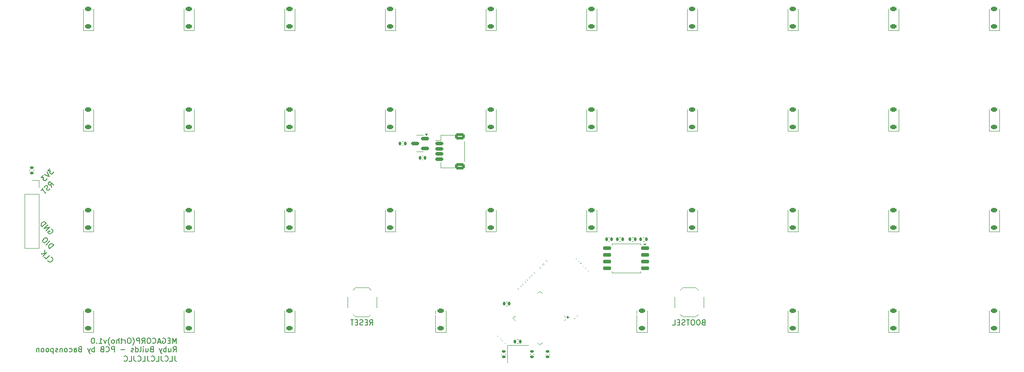
<source format=gbo>
%TF.GenerationSoftware,KiCad,Pcbnew,8.0.5*%
%TF.CreationDate,2024-10-22T20:47:20-04:00*%
%TF.ProjectId,ortho,6f727468-6f2e-46b6-9963-61645f706362,rev?*%
%TF.SameCoordinates,PX1c62fe0PY650e7e0*%
%TF.FileFunction,Legend,Bot*%
%TF.FilePolarity,Positive*%
%FSLAX46Y46*%
G04 Gerber Fmt 4.6, Leading zero omitted, Abs format (unit mm)*
G04 Created by KiCad (PCBNEW 8.0.5) date 2024-10-22 20:47:20*
%MOMM*%
%LPD*%
G01*
G04 APERTURE LIST*
G04 Aperture macros list*
%AMRoundRect*
0 Rectangle with rounded corners*
0 $1 Rounding radius*
0 $2 $3 $4 $5 $6 $7 $8 $9 X,Y pos of 4 corners*
0 Add a 4 corners polygon primitive as box body*
4,1,4,$2,$3,$4,$5,$6,$7,$8,$9,$2,$3,0*
0 Add four circle primitives for the rounded corners*
1,1,$1+$1,$2,$3*
1,1,$1+$1,$4,$5*
1,1,$1+$1,$6,$7*
1,1,$1+$1,$8,$9*
0 Add four rect primitives between the rounded corners*
20,1,$1+$1,$2,$3,$4,$5,0*
20,1,$1+$1,$4,$5,$6,$7,0*
20,1,$1+$1,$6,$7,$8,$9,0*
20,1,$1+$1,$8,$9,$2,$3,0*%
%AMHorizOval*
0 Thick line with rounded ends*
0 $1 width*
0 $2 $3 position (X,Y) of the first rounded end (center of the circle)*
0 $4 $5 position (X,Y) of the second rounded end (center of the circle)*
0 Add line between two ends*
20,1,$1,$2,$3,$4,$5,0*
0 Add two circle primitives to create the rounded ends*
1,1,$1,$2,$3*
1,1,$1,$4,$5*%
%AMRotRect*
0 Rectangle, with rotation*
0 The origin of the aperture is its center*
0 $1 length*
0 $2 width*
0 $3 Rotation angle, in degrees counterclockwise*
0 Add horizontal line*
21,1,$1,$2,0,0,$3*%
G04 Aperture macros list end*
%ADD10C,0.150000*%
%ADD11C,0.120000*%
%ADD12C,1.750000*%
%ADD13C,4.000000*%
%ADD14HorizOval,2.500000X0.656270X0.728862X-0.656270X-0.728862X0*%
%ADD15C,2.500000*%
%ADD16HorizOval,2.500000X0.020277X0.289981X-0.020277X-0.289981X0*%
%ADD17C,3.987800*%
%ADD18C,3.048000*%
%ADD19RoundRect,0.140000X0.219203X0.021213X0.021213X0.219203X-0.219203X-0.021213X-0.021213X-0.219203X0*%
%ADD20RoundRect,0.225000X0.375000X-0.225000X0.375000X0.225000X-0.375000X0.225000X-0.375000X-0.225000X0*%
%ADD21RoundRect,0.140000X-0.021213X0.219203X-0.219203X0.021213X0.021213X-0.219203X0.219203X-0.021213X0*%
%ADD22R,1.700000X1.000000*%
%ADD23RoundRect,0.135000X-0.135000X-0.185000X0.135000X-0.185000X0.135000X0.185000X-0.135000X0.185000X0*%
%ADD24RoundRect,0.140000X0.140000X0.170000X-0.140000X0.170000X-0.140000X-0.170000X0.140000X-0.170000X0*%
%ADD25RoundRect,0.150000X0.650000X0.150000X-0.650000X0.150000X-0.650000X-0.150000X0.650000X-0.150000X0*%
%ADD26RoundRect,0.140000X0.170000X-0.140000X0.170000X0.140000X-0.170000X0.140000X-0.170000X-0.140000X0*%
%ADD27RoundRect,0.150000X0.587500X0.150000X-0.587500X0.150000X-0.587500X-0.150000X0.587500X-0.150000X0*%
%ADD28R,1.400000X1.200000*%
%ADD29RoundRect,0.135000X-0.226274X-0.035355X-0.035355X-0.226274X0.226274X0.035355X0.035355X0.226274X0*%
%ADD30RoundRect,0.140000X0.021213X-0.219203X0.219203X-0.021213X-0.021213X0.219203X-0.219203X0.021213X0*%
%ADD31R,1.700000X1.700000*%
%ADD32O,1.700000X1.700000*%
%ADD33RoundRect,0.140000X-0.170000X0.140000X-0.170000X-0.140000X0.170000X-0.140000X0.170000X0.140000X0*%
%ADD34RoundRect,0.150000X-0.625000X0.150000X-0.625000X-0.150000X0.625000X-0.150000X0.625000X0.150000X0*%
%ADD35RoundRect,0.250000X-0.650000X0.350000X-0.650000X-0.350000X0.650000X-0.350000X0.650000X0.350000X0*%
%ADD36RoundRect,0.140000X-0.140000X-0.170000X0.140000X-0.170000X0.140000X0.170000X-0.140000X0.170000X0*%
%ADD37RoundRect,0.135000X0.185000X-0.135000X0.185000X0.135000X-0.185000X0.135000X-0.185000X-0.135000X0*%
%ADD38RoundRect,0.140000X-0.219203X-0.021213X-0.021213X-0.219203X0.219203X0.021213X0.021213X0.219203X0*%
%ADD39RoundRect,0.050000X0.309359X-0.238649X-0.238649X0.309359X-0.309359X0.238649X0.238649X-0.309359X0*%
%ADD40RoundRect,0.050000X0.309359X0.238649X0.238649X0.309359X-0.309359X-0.238649X-0.238649X-0.309359X0*%
%ADD41RotRect,3.200000X3.200000X135.000000*%
G04 APERTURE END LIST*
D10*
X5514766Y25781808D02*
X5615781Y25748136D01*
X5615781Y25748136D02*
X5716797Y25647121D01*
X5716797Y25647121D02*
X5784140Y25512434D01*
X5784140Y25512434D02*
X5784140Y25377746D01*
X5784140Y25377746D02*
X5750468Y25276731D01*
X5750468Y25276731D02*
X5649453Y25108372D01*
X5649453Y25108372D02*
X5548438Y25007357D01*
X5548438Y25007357D02*
X5380079Y24906342D01*
X5380079Y24906342D02*
X5279064Y24872670D01*
X5279064Y24872670D02*
X5144377Y24872670D01*
X5144377Y24872670D02*
X5009690Y24940014D01*
X5009690Y24940014D02*
X4942346Y25007357D01*
X4942346Y25007357D02*
X4875003Y25142044D01*
X4875003Y25142044D02*
X4875003Y25209388D01*
X4875003Y25209388D02*
X5110705Y25445090D01*
X5110705Y25445090D02*
X5245392Y25310403D01*
X4504614Y25445090D02*
X5211720Y26152197D01*
X5211720Y26152197D02*
X4100553Y25849151D01*
X4100553Y25849151D02*
X4807659Y26556258D01*
X3763835Y26185868D02*
X4470942Y26892975D01*
X4470942Y26892975D02*
X4302583Y27061334D01*
X4302583Y27061334D02*
X4167896Y27128678D01*
X4167896Y27128678D02*
X4033209Y27128678D01*
X4033209Y27128678D02*
X3932194Y27095006D01*
X3932194Y27095006D02*
X3763835Y26993991D01*
X3763835Y26993991D02*
X3662820Y26892975D01*
X3662820Y26892975D02*
X3561805Y26724617D01*
X3561805Y26724617D02*
X3528133Y26623601D01*
X3528133Y26623601D02*
X3528133Y26488914D01*
X3528133Y26488914D02*
X3595476Y26354227D01*
X3595476Y26354227D02*
X3763835Y26185868D01*
X65746077Y7581893D02*
X66079410Y8058084D01*
X66317505Y7581893D02*
X66317505Y8581893D01*
X66317505Y8581893D02*
X65936553Y8581893D01*
X65936553Y8581893D02*
X65841315Y8534274D01*
X65841315Y8534274D02*
X65793696Y8486655D01*
X65793696Y8486655D02*
X65746077Y8391417D01*
X65746077Y8391417D02*
X65746077Y8248560D01*
X65746077Y8248560D02*
X65793696Y8153322D01*
X65793696Y8153322D02*
X65841315Y8105703D01*
X65841315Y8105703D02*
X65936553Y8058084D01*
X65936553Y8058084D02*
X66317505Y8058084D01*
X65317505Y8105703D02*
X64984172Y8105703D01*
X64841315Y7581893D02*
X65317505Y7581893D01*
X65317505Y7581893D02*
X65317505Y8581893D01*
X65317505Y8581893D02*
X64841315Y8581893D01*
X64460362Y7629512D02*
X64317505Y7581893D01*
X64317505Y7581893D02*
X64079410Y7581893D01*
X64079410Y7581893D02*
X63984172Y7629512D01*
X63984172Y7629512D02*
X63936553Y7677132D01*
X63936553Y7677132D02*
X63888934Y7772370D01*
X63888934Y7772370D02*
X63888934Y7867608D01*
X63888934Y7867608D02*
X63936553Y7962846D01*
X63936553Y7962846D02*
X63984172Y8010465D01*
X63984172Y8010465D02*
X64079410Y8058084D01*
X64079410Y8058084D02*
X64269886Y8105703D01*
X64269886Y8105703D02*
X64365124Y8153322D01*
X64365124Y8153322D02*
X64412743Y8200941D01*
X64412743Y8200941D02*
X64460362Y8296179D01*
X64460362Y8296179D02*
X64460362Y8391417D01*
X64460362Y8391417D02*
X64412743Y8486655D01*
X64412743Y8486655D02*
X64365124Y8534274D01*
X64365124Y8534274D02*
X64269886Y8581893D01*
X64269886Y8581893D02*
X64031791Y8581893D01*
X64031791Y8581893D02*
X63888934Y8534274D01*
X63460362Y8105703D02*
X63127029Y8105703D01*
X62984172Y7581893D02*
X63460362Y7581893D01*
X63460362Y7581893D02*
X63460362Y8581893D01*
X63460362Y8581893D02*
X62984172Y8581893D01*
X62698457Y8581893D02*
X62127029Y8581893D01*
X62412743Y7581893D02*
X62412743Y8581893D01*
X28845450Y1725493D02*
X28845450Y1011208D01*
X28845450Y1011208D02*
X28893069Y868351D01*
X28893069Y868351D02*
X28988307Y773112D01*
X28988307Y773112D02*
X29131164Y725493D01*
X29131164Y725493D02*
X29226402Y725493D01*
X27893069Y725493D02*
X28369259Y725493D01*
X28369259Y725493D02*
X28369259Y1725493D01*
X26988307Y820732D02*
X27035926Y773112D01*
X27035926Y773112D02*
X27178783Y725493D01*
X27178783Y725493D02*
X27274021Y725493D01*
X27274021Y725493D02*
X27416878Y773112D01*
X27416878Y773112D02*
X27512116Y868351D01*
X27512116Y868351D02*
X27559735Y963589D01*
X27559735Y963589D02*
X27607354Y1154065D01*
X27607354Y1154065D02*
X27607354Y1296922D01*
X27607354Y1296922D02*
X27559735Y1487398D01*
X27559735Y1487398D02*
X27512116Y1582636D01*
X27512116Y1582636D02*
X27416878Y1677874D01*
X27416878Y1677874D02*
X27274021Y1725493D01*
X27274021Y1725493D02*
X27178783Y1725493D01*
X27178783Y1725493D02*
X27035926Y1677874D01*
X27035926Y1677874D02*
X26988307Y1630255D01*
X26274021Y1725493D02*
X26274021Y1011208D01*
X26274021Y1011208D02*
X26321640Y868351D01*
X26321640Y868351D02*
X26416878Y773112D01*
X26416878Y773112D02*
X26559735Y725493D01*
X26559735Y725493D02*
X26654973Y725493D01*
X25321640Y725493D02*
X25797830Y725493D01*
X25797830Y725493D02*
X25797830Y1725493D01*
X24416878Y820732D02*
X24464497Y773112D01*
X24464497Y773112D02*
X24607354Y725493D01*
X24607354Y725493D02*
X24702592Y725493D01*
X24702592Y725493D02*
X24845449Y773112D01*
X24845449Y773112D02*
X24940687Y868351D01*
X24940687Y868351D02*
X24988306Y963589D01*
X24988306Y963589D02*
X25035925Y1154065D01*
X25035925Y1154065D02*
X25035925Y1296922D01*
X25035925Y1296922D02*
X24988306Y1487398D01*
X24988306Y1487398D02*
X24940687Y1582636D01*
X24940687Y1582636D02*
X24845449Y1677874D01*
X24845449Y1677874D02*
X24702592Y1725493D01*
X24702592Y1725493D02*
X24607354Y1725493D01*
X24607354Y1725493D02*
X24464497Y1677874D01*
X24464497Y1677874D02*
X24416878Y1630255D01*
X23702592Y1725493D02*
X23702592Y1011208D01*
X23702592Y1011208D02*
X23750211Y868351D01*
X23750211Y868351D02*
X23845449Y773112D01*
X23845449Y773112D02*
X23988306Y725493D01*
X23988306Y725493D02*
X24083544Y725493D01*
X22750211Y725493D02*
X23226401Y725493D01*
X23226401Y725493D02*
X23226401Y1725493D01*
X21845449Y820732D02*
X21893068Y773112D01*
X21893068Y773112D02*
X22035925Y725493D01*
X22035925Y725493D02*
X22131163Y725493D01*
X22131163Y725493D02*
X22274020Y773112D01*
X22274020Y773112D02*
X22369258Y868351D01*
X22369258Y868351D02*
X22416877Y963589D01*
X22416877Y963589D02*
X22464496Y1154065D01*
X22464496Y1154065D02*
X22464496Y1296922D01*
X22464496Y1296922D02*
X22416877Y1487398D01*
X22416877Y1487398D02*
X22369258Y1582636D01*
X22369258Y1582636D02*
X22274020Y1677874D01*
X22274020Y1677874D02*
X22131163Y1725493D01*
X22131163Y1725493D02*
X22035925Y1725493D01*
X22035925Y1725493D02*
X21893068Y1677874D01*
X21893068Y1677874D02*
X21845449Y1630255D01*
X21131163Y1725493D02*
X21131163Y1011208D01*
X21131163Y1011208D02*
X21178782Y868351D01*
X21178782Y868351D02*
X21274020Y773112D01*
X21274020Y773112D02*
X21416877Y725493D01*
X21416877Y725493D02*
X21512115Y725493D01*
X20178782Y725493D02*
X20654972Y725493D01*
X20654972Y725493D02*
X20654972Y1725493D01*
X19274020Y820732D02*
X19321639Y773112D01*
X19321639Y773112D02*
X19464496Y725493D01*
X19464496Y725493D02*
X19559734Y725493D01*
X19559734Y725493D02*
X19702591Y773112D01*
X19702591Y773112D02*
X19797829Y868351D01*
X19797829Y868351D02*
X19845448Y963589D01*
X19845448Y963589D02*
X19893067Y1154065D01*
X19893067Y1154065D02*
X19893067Y1296922D01*
X19893067Y1296922D02*
X19845448Y1487398D01*
X19845448Y1487398D02*
X19797829Y1582636D01*
X19797829Y1582636D02*
X19702591Y1677874D01*
X19702591Y1677874D02*
X19559734Y1725493D01*
X19559734Y1725493D02*
X19464496Y1725493D01*
X19464496Y1725493D02*
X19321639Y1677874D01*
X19321639Y1677874D02*
X19274020Y1630255D01*
X5280822Y37240052D02*
X4843089Y36802319D01*
X4843089Y36802319D02*
X5348165Y36768647D01*
X5348165Y36768647D02*
X5247150Y36667632D01*
X5247150Y36667632D02*
X5213478Y36566617D01*
X5213478Y36566617D02*
X5213478Y36499273D01*
X5213478Y36499273D02*
X5247150Y36398258D01*
X5247150Y36398258D02*
X5415509Y36229899D01*
X5415509Y36229899D02*
X5516524Y36196227D01*
X5516524Y36196227D02*
X5583867Y36196227D01*
X5583867Y36196227D02*
X5684883Y36229899D01*
X5684883Y36229899D02*
X5886913Y36431930D01*
X5886913Y36431930D02*
X5920585Y36532945D01*
X5920585Y36532945D02*
X5920585Y36600288D01*
X4641058Y36600288D02*
X5112463Y35657479D01*
X5112463Y35657479D02*
X4169654Y36128884D01*
X4001295Y35960525D02*
X3563562Y35522792D01*
X3563562Y35522792D02*
X4068638Y35489121D01*
X4068638Y35489121D02*
X3967623Y35388105D01*
X3967623Y35388105D02*
X3933951Y35287090D01*
X3933951Y35287090D02*
X3933951Y35219747D01*
X3933951Y35219747D02*
X3967623Y35118731D01*
X3967623Y35118731D02*
X4135982Y34950372D01*
X4135982Y34950372D02*
X4236997Y34916701D01*
X4236997Y34916701D02*
X4304341Y34916701D01*
X4304341Y34916701D02*
X4405356Y34950372D01*
X4405356Y34950372D02*
X4607386Y35152403D01*
X4607386Y35152403D02*
X4641058Y35253418D01*
X4641058Y35253418D02*
X4641058Y35320762D01*
X4875003Y19851580D02*
X4875003Y19784236D01*
X4875003Y19784236D02*
X4942346Y19649549D01*
X4942346Y19649549D02*
X5009690Y19582206D01*
X5009690Y19582206D02*
X5144377Y19514862D01*
X5144377Y19514862D02*
X5279064Y19514862D01*
X5279064Y19514862D02*
X5380079Y19548534D01*
X5380079Y19548534D02*
X5548438Y19649549D01*
X5548438Y19649549D02*
X5649453Y19750564D01*
X5649453Y19750564D02*
X5750468Y19918923D01*
X5750468Y19918923D02*
X5784140Y20019938D01*
X5784140Y20019938D02*
X5784140Y20154626D01*
X5784140Y20154626D02*
X5716797Y20289313D01*
X5716797Y20289313D02*
X5649453Y20356656D01*
X5649453Y20356656D02*
X5514766Y20424000D01*
X5514766Y20424000D02*
X5447423Y20424000D01*
X4167896Y20424000D02*
X4504614Y20087282D01*
X4504614Y20087282D02*
X5211720Y20794389D01*
X3932194Y20659702D02*
X4639301Y21366809D01*
X3528133Y21063763D02*
X4235240Y21164778D01*
X4235240Y21770870D02*
X4235240Y20962748D01*
X5211720Y22059079D02*
X5918827Y22766186D01*
X5918827Y22766186D02*
X5750468Y22934545D01*
X5750468Y22934545D02*
X5615781Y23001888D01*
X5615781Y23001888D02*
X5481094Y23001888D01*
X5481094Y23001888D02*
X5380079Y22968217D01*
X5380079Y22968217D02*
X5211720Y22867201D01*
X5211720Y22867201D02*
X5110705Y22766186D01*
X5110705Y22766186D02*
X5009690Y22597827D01*
X5009690Y22597827D02*
X4976018Y22496812D01*
X4976018Y22496812D02*
X4976018Y22362125D01*
X4976018Y22362125D02*
X5043362Y22227438D01*
X5043362Y22227438D02*
X5211720Y22059079D01*
X4504614Y22766186D02*
X5211720Y23473293D01*
X4740316Y23944697D02*
X4605629Y24079384D01*
X4605629Y24079384D02*
X4504614Y24113056D01*
X4504614Y24113056D02*
X4369927Y24113056D01*
X4369927Y24113056D02*
X4201568Y24012040D01*
X4201568Y24012040D02*
X3965866Y23776338D01*
X3965866Y23776338D02*
X3864851Y23607979D01*
X3864851Y23607979D02*
X3864851Y23473292D01*
X3864851Y23473292D02*
X3898522Y23372277D01*
X3898522Y23372277D02*
X4033209Y23237590D01*
X4033209Y23237590D02*
X4134225Y23203918D01*
X4134225Y23203918D02*
X4268912Y23203918D01*
X4268912Y23203918D02*
X4437271Y23304934D01*
X4437271Y23304934D02*
X4672973Y23540636D01*
X4672973Y23540636D02*
X4773988Y23708995D01*
X4773988Y23708995D02*
X4773988Y23843682D01*
X4773988Y23843682D02*
X4740316Y23944697D01*
X5516524Y33680292D02*
X5415509Y34252712D01*
X5920585Y34084353D02*
X5213478Y34791460D01*
X5213478Y34791460D02*
X4944104Y34522086D01*
X4944104Y34522086D02*
X4910432Y34421071D01*
X4910432Y34421071D02*
X4910432Y34353727D01*
X4910432Y34353727D02*
X4944104Y34252712D01*
X4944104Y34252712D02*
X5045119Y34151697D01*
X5045119Y34151697D02*
X5146134Y34118025D01*
X5146134Y34118025D02*
X5213478Y34118025D01*
X5213478Y34118025D02*
X5314493Y34151697D01*
X5314493Y34151697D02*
X5583867Y34421071D01*
X5213478Y33444590D02*
X5146134Y33309903D01*
X5146134Y33309903D02*
X4977776Y33141544D01*
X4977776Y33141544D02*
X4876760Y33107873D01*
X4876760Y33107873D02*
X4809417Y33107873D01*
X4809417Y33107873D02*
X4708402Y33141544D01*
X4708402Y33141544D02*
X4641058Y33208888D01*
X4641058Y33208888D02*
X4607386Y33309903D01*
X4607386Y33309903D02*
X4607386Y33377247D01*
X4607386Y33377247D02*
X4641058Y33478262D01*
X4641058Y33478262D02*
X4742073Y33646621D01*
X4742073Y33646621D02*
X4775745Y33747636D01*
X4775745Y33747636D02*
X4775745Y33814979D01*
X4775745Y33814979D02*
X4742073Y33915995D01*
X4742073Y33915995D02*
X4674730Y33983338D01*
X4674730Y33983338D02*
X4573715Y34017010D01*
X4573715Y34017010D02*
X4506371Y34017010D01*
X4506371Y34017010D02*
X4405356Y33983338D01*
X4405356Y33983338D02*
X4236997Y33814979D01*
X4236997Y33814979D02*
X4169654Y33680292D01*
X3933951Y33511934D02*
X3529890Y33107873D01*
X4439028Y32602796D02*
X3731921Y33309903D01*
X128896620Y8105703D02*
X128753763Y8058084D01*
X128753763Y8058084D02*
X128706144Y8010465D01*
X128706144Y8010465D02*
X128658525Y7915227D01*
X128658525Y7915227D02*
X128658525Y7772370D01*
X128658525Y7772370D02*
X128706144Y7677132D01*
X128706144Y7677132D02*
X128753763Y7629512D01*
X128753763Y7629512D02*
X128849001Y7581893D01*
X128849001Y7581893D02*
X129229953Y7581893D01*
X129229953Y7581893D02*
X129229953Y8581893D01*
X129229953Y8581893D02*
X128896620Y8581893D01*
X128896620Y8581893D02*
X128801382Y8534274D01*
X128801382Y8534274D02*
X128753763Y8486655D01*
X128753763Y8486655D02*
X128706144Y8391417D01*
X128706144Y8391417D02*
X128706144Y8296179D01*
X128706144Y8296179D02*
X128753763Y8200941D01*
X128753763Y8200941D02*
X128801382Y8153322D01*
X128801382Y8153322D02*
X128896620Y8105703D01*
X128896620Y8105703D02*
X129229953Y8105703D01*
X128039477Y8581893D02*
X127849001Y8581893D01*
X127849001Y8581893D02*
X127753763Y8534274D01*
X127753763Y8534274D02*
X127658525Y8439036D01*
X127658525Y8439036D02*
X127610906Y8248560D01*
X127610906Y8248560D02*
X127610906Y7915227D01*
X127610906Y7915227D02*
X127658525Y7724751D01*
X127658525Y7724751D02*
X127753763Y7629512D01*
X127753763Y7629512D02*
X127849001Y7581893D01*
X127849001Y7581893D02*
X128039477Y7581893D01*
X128039477Y7581893D02*
X128134715Y7629512D01*
X128134715Y7629512D02*
X128229953Y7724751D01*
X128229953Y7724751D02*
X128277572Y7915227D01*
X128277572Y7915227D02*
X128277572Y8248560D01*
X128277572Y8248560D02*
X128229953Y8439036D01*
X128229953Y8439036D02*
X128134715Y8534274D01*
X128134715Y8534274D02*
X128039477Y8581893D01*
X126991858Y8581893D02*
X126801382Y8581893D01*
X126801382Y8581893D02*
X126706144Y8534274D01*
X126706144Y8534274D02*
X126610906Y8439036D01*
X126610906Y8439036D02*
X126563287Y8248560D01*
X126563287Y8248560D02*
X126563287Y7915227D01*
X126563287Y7915227D02*
X126610906Y7724751D01*
X126610906Y7724751D02*
X126706144Y7629512D01*
X126706144Y7629512D02*
X126801382Y7581893D01*
X126801382Y7581893D02*
X126991858Y7581893D01*
X126991858Y7581893D02*
X127087096Y7629512D01*
X127087096Y7629512D02*
X127182334Y7724751D01*
X127182334Y7724751D02*
X127229953Y7915227D01*
X127229953Y7915227D02*
X127229953Y8248560D01*
X127229953Y8248560D02*
X127182334Y8439036D01*
X127182334Y8439036D02*
X127087096Y8534274D01*
X127087096Y8534274D02*
X126991858Y8581893D01*
X126277572Y8581893D02*
X125706144Y8581893D01*
X125991858Y7581893D02*
X125991858Y8581893D01*
X125420429Y7629512D02*
X125277572Y7581893D01*
X125277572Y7581893D02*
X125039477Y7581893D01*
X125039477Y7581893D02*
X124944239Y7629512D01*
X124944239Y7629512D02*
X124896620Y7677132D01*
X124896620Y7677132D02*
X124849001Y7772370D01*
X124849001Y7772370D02*
X124849001Y7867608D01*
X124849001Y7867608D02*
X124896620Y7962846D01*
X124896620Y7962846D02*
X124944239Y8010465D01*
X124944239Y8010465D02*
X125039477Y8058084D01*
X125039477Y8058084D02*
X125229953Y8105703D01*
X125229953Y8105703D02*
X125325191Y8153322D01*
X125325191Y8153322D02*
X125372810Y8200941D01*
X125372810Y8200941D02*
X125420429Y8296179D01*
X125420429Y8296179D02*
X125420429Y8391417D01*
X125420429Y8391417D02*
X125372810Y8486655D01*
X125372810Y8486655D02*
X125325191Y8534274D01*
X125325191Y8534274D02*
X125229953Y8581893D01*
X125229953Y8581893D02*
X124991858Y8581893D01*
X124991858Y8581893D02*
X124849001Y8534274D01*
X124420429Y8105703D02*
X124087096Y8105703D01*
X123944239Y7581893D02*
X124420429Y7581893D01*
X124420429Y7581893D02*
X124420429Y8581893D01*
X124420429Y8581893D02*
X123944239Y8581893D01*
X123039477Y7581893D02*
X123515667Y7581893D01*
X123515667Y7581893D02*
X123515667Y8581893D01*
X29131164Y4121373D02*
X29131164Y5121373D01*
X29131164Y5121373D02*
X28797831Y4407088D01*
X28797831Y4407088D02*
X28464498Y5121373D01*
X28464498Y5121373D02*
X28464498Y4121373D01*
X27988307Y4645183D02*
X27654974Y4645183D01*
X27512117Y4121373D02*
X27988307Y4121373D01*
X27988307Y4121373D02*
X27988307Y5121373D01*
X27988307Y5121373D02*
X27512117Y5121373D01*
X26559736Y5073754D02*
X26654974Y5121373D01*
X26654974Y5121373D02*
X26797831Y5121373D01*
X26797831Y5121373D02*
X26940688Y5073754D01*
X26940688Y5073754D02*
X27035926Y4978516D01*
X27035926Y4978516D02*
X27083545Y4883278D01*
X27083545Y4883278D02*
X27131164Y4692802D01*
X27131164Y4692802D02*
X27131164Y4549945D01*
X27131164Y4549945D02*
X27083545Y4359469D01*
X27083545Y4359469D02*
X27035926Y4264231D01*
X27035926Y4264231D02*
X26940688Y4168992D01*
X26940688Y4168992D02*
X26797831Y4121373D01*
X26797831Y4121373D02*
X26702593Y4121373D01*
X26702593Y4121373D02*
X26559736Y4168992D01*
X26559736Y4168992D02*
X26512117Y4216612D01*
X26512117Y4216612D02*
X26512117Y4549945D01*
X26512117Y4549945D02*
X26702593Y4549945D01*
X26131164Y4407088D02*
X25654974Y4407088D01*
X26226402Y4121373D02*
X25893069Y5121373D01*
X25893069Y5121373D02*
X25559736Y4121373D01*
X24654974Y4216612D02*
X24702593Y4168992D01*
X24702593Y4168992D02*
X24845450Y4121373D01*
X24845450Y4121373D02*
X24940688Y4121373D01*
X24940688Y4121373D02*
X25083545Y4168992D01*
X25083545Y4168992D02*
X25178783Y4264231D01*
X25178783Y4264231D02*
X25226402Y4359469D01*
X25226402Y4359469D02*
X25274021Y4549945D01*
X25274021Y4549945D02*
X25274021Y4692802D01*
X25274021Y4692802D02*
X25226402Y4883278D01*
X25226402Y4883278D02*
X25178783Y4978516D01*
X25178783Y4978516D02*
X25083545Y5073754D01*
X25083545Y5073754D02*
X24940688Y5121373D01*
X24940688Y5121373D02*
X24845450Y5121373D01*
X24845450Y5121373D02*
X24702593Y5073754D01*
X24702593Y5073754D02*
X24654974Y5026135D01*
X24035926Y5121373D02*
X23845450Y5121373D01*
X23845450Y5121373D02*
X23750212Y5073754D01*
X23750212Y5073754D02*
X23654974Y4978516D01*
X23654974Y4978516D02*
X23607355Y4788040D01*
X23607355Y4788040D02*
X23607355Y4454707D01*
X23607355Y4454707D02*
X23654974Y4264231D01*
X23654974Y4264231D02*
X23750212Y4168992D01*
X23750212Y4168992D02*
X23845450Y4121373D01*
X23845450Y4121373D02*
X24035926Y4121373D01*
X24035926Y4121373D02*
X24131164Y4168992D01*
X24131164Y4168992D02*
X24226402Y4264231D01*
X24226402Y4264231D02*
X24274021Y4454707D01*
X24274021Y4454707D02*
X24274021Y4788040D01*
X24274021Y4788040D02*
X24226402Y4978516D01*
X24226402Y4978516D02*
X24131164Y5073754D01*
X24131164Y5073754D02*
X24035926Y5121373D01*
X22607355Y4121373D02*
X22940688Y4597564D01*
X23178783Y4121373D02*
X23178783Y5121373D01*
X23178783Y5121373D02*
X22797831Y5121373D01*
X22797831Y5121373D02*
X22702593Y5073754D01*
X22702593Y5073754D02*
X22654974Y5026135D01*
X22654974Y5026135D02*
X22607355Y4930897D01*
X22607355Y4930897D02*
X22607355Y4788040D01*
X22607355Y4788040D02*
X22654974Y4692802D01*
X22654974Y4692802D02*
X22702593Y4645183D01*
X22702593Y4645183D02*
X22797831Y4597564D01*
X22797831Y4597564D02*
X23178783Y4597564D01*
X22178783Y4121373D02*
X22178783Y5121373D01*
X22178783Y5121373D02*
X21797831Y5121373D01*
X21797831Y5121373D02*
X21702593Y5073754D01*
X21702593Y5073754D02*
X21654974Y5026135D01*
X21654974Y5026135D02*
X21607355Y4930897D01*
X21607355Y4930897D02*
X21607355Y4788040D01*
X21607355Y4788040D02*
X21654974Y4692802D01*
X21654974Y4692802D02*
X21702593Y4645183D01*
X21702593Y4645183D02*
X21797831Y4597564D01*
X21797831Y4597564D02*
X22178783Y4597564D01*
X20893069Y3740421D02*
X20940688Y3788040D01*
X20940688Y3788040D02*
X21035926Y3930897D01*
X21035926Y3930897D02*
X21083545Y4026135D01*
X21083545Y4026135D02*
X21131164Y4168992D01*
X21131164Y4168992D02*
X21178783Y4407088D01*
X21178783Y4407088D02*
X21178783Y4597564D01*
X21178783Y4597564D02*
X21131164Y4835659D01*
X21131164Y4835659D02*
X21083545Y4978516D01*
X21083545Y4978516D02*
X21035926Y5073754D01*
X21035926Y5073754D02*
X20940688Y5216612D01*
X20940688Y5216612D02*
X20893069Y5264231D01*
X20321640Y5121373D02*
X20131164Y5121373D01*
X20131164Y5121373D02*
X20035926Y5073754D01*
X20035926Y5073754D02*
X19940688Y4978516D01*
X19940688Y4978516D02*
X19893069Y4788040D01*
X19893069Y4788040D02*
X19893069Y4454707D01*
X19893069Y4454707D02*
X19940688Y4264231D01*
X19940688Y4264231D02*
X20035926Y4168992D01*
X20035926Y4168992D02*
X20131164Y4121373D01*
X20131164Y4121373D02*
X20321640Y4121373D01*
X20321640Y4121373D02*
X20416878Y4168992D01*
X20416878Y4168992D02*
X20512116Y4264231D01*
X20512116Y4264231D02*
X20559735Y4454707D01*
X20559735Y4454707D02*
X20559735Y4788040D01*
X20559735Y4788040D02*
X20512116Y4978516D01*
X20512116Y4978516D02*
X20416878Y5073754D01*
X20416878Y5073754D02*
X20321640Y5121373D01*
X19464497Y4121373D02*
X19464497Y4788040D01*
X19464497Y4597564D02*
X19416878Y4692802D01*
X19416878Y4692802D02*
X19369259Y4740421D01*
X19369259Y4740421D02*
X19274021Y4788040D01*
X19274021Y4788040D02*
X19178783Y4788040D01*
X18988306Y4788040D02*
X18607354Y4788040D01*
X18845449Y5121373D02*
X18845449Y4264231D01*
X18845449Y4264231D02*
X18797830Y4168992D01*
X18797830Y4168992D02*
X18702592Y4121373D01*
X18702592Y4121373D02*
X18607354Y4121373D01*
X18274020Y4121373D02*
X18274020Y5121373D01*
X17845449Y4121373D02*
X17845449Y4645183D01*
X17845449Y4645183D02*
X17893068Y4740421D01*
X17893068Y4740421D02*
X17988306Y4788040D01*
X17988306Y4788040D02*
X18131163Y4788040D01*
X18131163Y4788040D02*
X18226401Y4740421D01*
X18226401Y4740421D02*
X18274020Y4692802D01*
X17226401Y4121373D02*
X17321639Y4168992D01*
X17321639Y4168992D02*
X17369258Y4216612D01*
X17369258Y4216612D02*
X17416877Y4311850D01*
X17416877Y4311850D02*
X17416877Y4597564D01*
X17416877Y4597564D02*
X17369258Y4692802D01*
X17369258Y4692802D02*
X17321639Y4740421D01*
X17321639Y4740421D02*
X17226401Y4788040D01*
X17226401Y4788040D02*
X17083544Y4788040D01*
X17083544Y4788040D02*
X16988306Y4740421D01*
X16988306Y4740421D02*
X16940687Y4692802D01*
X16940687Y4692802D02*
X16893068Y4597564D01*
X16893068Y4597564D02*
X16893068Y4311850D01*
X16893068Y4311850D02*
X16940687Y4216612D01*
X16940687Y4216612D02*
X16988306Y4168992D01*
X16988306Y4168992D02*
X17083544Y4121373D01*
X17083544Y4121373D02*
X17226401Y4121373D01*
X16559734Y3740421D02*
X16512115Y3788040D01*
X16512115Y3788040D02*
X16416877Y3930897D01*
X16416877Y3930897D02*
X16369258Y4026135D01*
X16369258Y4026135D02*
X16321639Y4168992D01*
X16321639Y4168992D02*
X16274020Y4407088D01*
X16274020Y4407088D02*
X16274020Y4597564D01*
X16274020Y4597564D02*
X16321639Y4835659D01*
X16321639Y4835659D02*
X16369258Y4978516D01*
X16369258Y4978516D02*
X16416877Y5073754D01*
X16416877Y5073754D02*
X16512115Y5216612D01*
X16512115Y5216612D02*
X16559734Y5264231D01*
X15893067Y4788040D02*
X15654972Y4121373D01*
X15654972Y4121373D02*
X15416877Y4788040D01*
X14512115Y4121373D02*
X15083543Y4121373D01*
X14797829Y4121373D02*
X14797829Y5121373D01*
X14797829Y5121373D02*
X14893067Y4978516D01*
X14893067Y4978516D02*
X14988305Y4883278D01*
X14988305Y4883278D02*
X15083543Y4835659D01*
X14083543Y4216612D02*
X14035924Y4168992D01*
X14035924Y4168992D02*
X14083543Y4121373D01*
X14083543Y4121373D02*
X14131162Y4168992D01*
X14131162Y4168992D02*
X14083543Y4216612D01*
X14083543Y4216612D02*
X14083543Y4121373D01*
X13416877Y5121373D02*
X13321639Y5121373D01*
X13321639Y5121373D02*
X13226401Y5073754D01*
X13226401Y5073754D02*
X13178782Y5026135D01*
X13178782Y5026135D02*
X13131163Y4930897D01*
X13131163Y4930897D02*
X13083544Y4740421D01*
X13083544Y4740421D02*
X13083544Y4502326D01*
X13083544Y4502326D02*
X13131163Y4311850D01*
X13131163Y4311850D02*
X13178782Y4216612D01*
X13178782Y4216612D02*
X13226401Y4168992D01*
X13226401Y4168992D02*
X13321639Y4121373D01*
X13321639Y4121373D02*
X13416877Y4121373D01*
X13416877Y4121373D02*
X13512115Y4168992D01*
X13512115Y4168992D02*
X13559734Y4216612D01*
X13559734Y4216612D02*
X13607353Y4311850D01*
X13607353Y4311850D02*
X13654972Y4502326D01*
X13654972Y4502326D02*
X13654972Y4740421D01*
X13654972Y4740421D02*
X13607353Y4930897D01*
X13607353Y4930897D02*
X13559734Y5026135D01*
X13559734Y5026135D02*
X13512115Y5073754D01*
X13512115Y5073754D02*
X13416877Y5121373D01*
X28559736Y2511429D02*
X28893069Y2987620D01*
X29131164Y2511429D02*
X29131164Y3511429D01*
X29131164Y3511429D02*
X28750212Y3511429D01*
X28750212Y3511429D02*
X28654974Y3463810D01*
X28654974Y3463810D02*
X28607355Y3416191D01*
X28607355Y3416191D02*
X28559736Y3320953D01*
X28559736Y3320953D02*
X28559736Y3178096D01*
X28559736Y3178096D02*
X28607355Y3082858D01*
X28607355Y3082858D02*
X28654974Y3035239D01*
X28654974Y3035239D02*
X28750212Y2987620D01*
X28750212Y2987620D02*
X29131164Y2987620D01*
X27702593Y3178096D02*
X27702593Y2511429D01*
X28131164Y3178096D02*
X28131164Y2654287D01*
X28131164Y2654287D02*
X28083545Y2559048D01*
X28083545Y2559048D02*
X27988307Y2511429D01*
X27988307Y2511429D02*
X27845450Y2511429D01*
X27845450Y2511429D02*
X27750212Y2559048D01*
X27750212Y2559048D02*
X27702593Y2606668D01*
X27226402Y2511429D02*
X27226402Y3511429D01*
X27226402Y3130477D02*
X27131164Y3178096D01*
X27131164Y3178096D02*
X26940688Y3178096D01*
X26940688Y3178096D02*
X26845450Y3130477D01*
X26845450Y3130477D02*
X26797831Y3082858D01*
X26797831Y3082858D02*
X26750212Y2987620D01*
X26750212Y2987620D02*
X26750212Y2701906D01*
X26750212Y2701906D02*
X26797831Y2606668D01*
X26797831Y2606668D02*
X26845450Y2559048D01*
X26845450Y2559048D02*
X26940688Y2511429D01*
X26940688Y2511429D02*
X27131164Y2511429D01*
X27131164Y2511429D02*
X27226402Y2559048D01*
X26416878Y3178096D02*
X26178783Y2511429D01*
X25940688Y3178096D02*
X26178783Y2511429D01*
X26178783Y2511429D02*
X26274021Y2273334D01*
X26274021Y2273334D02*
X26321640Y2225715D01*
X26321640Y2225715D02*
X26416878Y2178096D01*
X24464497Y3035239D02*
X24321640Y2987620D01*
X24321640Y2987620D02*
X24274021Y2940001D01*
X24274021Y2940001D02*
X24226402Y2844763D01*
X24226402Y2844763D02*
X24226402Y2701906D01*
X24226402Y2701906D02*
X24274021Y2606668D01*
X24274021Y2606668D02*
X24321640Y2559048D01*
X24321640Y2559048D02*
X24416878Y2511429D01*
X24416878Y2511429D02*
X24797830Y2511429D01*
X24797830Y2511429D02*
X24797830Y3511429D01*
X24797830Y3511429D02*
X24464497Y3511429D01*
X24464497Y3511429D02*
X24369259Y3463810D01*
X24369259Y3463810D02*
X24321640Y3416191D01*
X24321640Y3416191D02*
X24274021Y3320953D01*
X24274021Y3320953D02*
X24274021Y3225715D01*
X24274021Y3225715D02*
X24321640Y3130477D01*
X24321640Y3130477D02*
X24369259Y3082858D01*
X24369259Y3082858D02*
X24464497Y3035239D01*
X24464497Y3035239D02*
X24797830Y3035239D01*
X23369259Y3178096D02*
X23369259Y2511429D01*
X23797830Y3178096D02*
X23797830Y2654287D01*
X23797830Y2654287D02*
X23750211Y2559048D01*
X23750211Y2559048D02*
X23654973Y2511429D01*
X23654973Y2511429D02*
X23512116Y2511429D01*
X23512116Y2511429D02*
X23416878Y2559048D01*
X23416878Y2559048D02*
X23369259Y2606668D01*
X22893068Y2511429D02*
X22893068Y3178096D01*
X22893068Y3511429D02*
X22940687Y3463810D01*
X22940687Y3463810D02*
X22893068Y3416191D01*
X22893068Y3416191D02*
X22845449Y3463810D01*
X22845449Y3463810D02*
X22893068Y3511429D01*
X22893068Y3511429D02*
X22893068Y3416191D01*
X22274021Y2511429D02*
X22369259Y2559048D01*
X22369259Y2559048D02*
X22416878Y2654287D01*
X22416878Y2654287D02*
X22416878Y3511429D01*
X21464497Y2511429D02*
X21464497Y3511429D01*
X21464497Y2559048D02*
X21559735Y2511429D01*
X21559735Y2511429D02*
X21750211Y2511429D01*
X21750211Y2511429D02*
X21845449Y2559048D01*
X21845449Y2559048D02*
X21893068Y2606668D01*
X21893068Y2606668D02*
X21940687Y2701906D01*
X21940687Y2701906D02*
X21940687Y2987620D01*
X21940687Y2987620D02*
X21893068Y3082858D01*
X21893068Y3082858D02*
X21845449Y3130477D01*
X21845449Y3130477D02*
X21750211Y3178096D01*
X21750211Y3178096D02*
X21559735Y3178096D01*
X21559735Y3178096D02*
X21464497Y3130477D01*
X21035925Y2559048D02*
X20940687Y2511429D01*
X20940687Y2511429D02*
X20750211Y2511429D01*
X20750211Y2511429D02*
X20654973Y2559048D01*
X20654973Y2559048D02*
X20607354Y2654287D01*
X20607354Y2654287D02*
X20607354Y2701906D01*
X20607354Y2701906D02*
X20654973Y2797144D01*
X20654973Y2797144D02*
X20750211Y2844763D01*
X20750211Y2844763D02*
X20893068Y2844763D01*
X20893068Y2844763D02*
X20988306Y2892382D01*
X20988306Y2892382D02*
X21035925Y2987620D01*
X21035925Y2987620D02*
X21035925Y3035239D01*
X21035925Y3035239D02*
X20988306Y3130477D01*
X20988306Y3130477D02*
X20893068Y3178096D01*
X20893068Y3178096D02*
X20750211Y3178096D01*
X20750211Y3178096D02*
X20654973Y3130477D01*
X19416877Y2892382D02*
X18654973Y2892382D01*
X17416877Y2511429D02*
X17416877Y3511429D01*
X17416877Y3511429D02*
X17035925Y3511429D01*
X17035925Y3511429D02*
X16940687Y3463810D01*
X16940687Y3463810D02*
X16893068Y3416191D01*
X16893068Y3416191D02*
X16845449Y3320953D01*
X16845449Y3320953D02*
X16845449Y3178096D01*
X16845449Y3178096D02*
X16893068Y3082858D01*
X16893068Y3082858D02*
X16940687Y3035239D01*
X16940687Y3035239D02*
X17035925Y2987620D01*
X17035925Y2987620D02*
X17416877Y2987620D01*
X15845449Y2606668D02*
X15893068Y2559048D01*
X15893068Y2559048D02*
X16035925Y2511429D01*
X16035925Y2511429D02*
X16131163Y2511429D01*
X16131163Y2511429D02*
X16274020Y2559048D01*
X16274020Y2559048D02*
X16369258Y2654287D01*
X16369258Y2654287D02*
X16416877Y2749525D01*
X16416877Y2749525D02*
X16464496Y2940001D01*
X16464496Y2940001D02*
X16464496Y3082858D01*
X16464496Y3082858D02*
X16416877Y3273334D01*
X16416877Y3273334D02*
X16369258Y3368572D01*
X16369258Y3368572D02*
X16274020Y3463810D01*
X16274020Y3463810D02*
X16131163Y3511429D01*
X16131163Y3511429D02*
X16035925Y3511429D01*
X16035925Y3511429D02*
X15893068Y3463810D01*
X15893068Y3463810D02*
X15845449Y3416191D01*
X15083544Y3035239D02*
X14940687Y2987620D01*
X14940687Y2987620D02*
X14893068Y2940001D01*
X14893068Y2940001D02*
X14845449Y2844763D01*
X14845449Y2844763D02*
X14845449Y2701906D01*
X14845449Y2701906D02*
X14893068Y2606668D01*
X14893068Y2606668D02*
X14940687Y2559048D01*
X14940687Y2559048D02*
X15035925Y2511429D01*
X15035925Y2511429D02*
X15416877Y2511429D01*
X15416877Y2511429D02*
X15416877Y3511429D01*
X15416877Y3511429D02*
X15083544Y3511429D01*
X15083544Y3511429D02*
X14988306Y3463810D01*
X14988306Y3463810D02*
X14940687Y3416191D01*
X14940687Y3416191D02*
X14893068Y3320953D01*
X14893068Y3320953D02*
X14893068Y3225715D01*
X14893068Y3225715D02*
X14940687Y3130477D01*
X14940687Y3130477D02*
X14988306Y3082858D01*
X14988306Y3082858D02*
X15083544Y3035239D01*
X15083544Y3035239D02*
X15416877Y3035239D01*
X13654972Y2511429D02*
X13654972Y3511429D01*
X13654972Y3130477D02*
X13559734Y3178096D01*
X13559734Y3178096D02*
X13369258Y3178096D01*
X13369258Y3178096D02*
X13274020Y3130477D01*
X13274020Y3130477D02*
X13226401Y3082858D01*
X13226401Y3082858D02*
X13178782Y2987620D01*
X13178782Y2987620D02*
X13178782Y2701906D01*
X13178782Y2701906D02*
X13226401Y2606668D01*
X13226401Y2606668D02*
X13274020Y2559048D01*
X13274020Y2559048D02*
X13369258Y2511429D01*
X13369258Y2511429D02*
X13559734Y2511429D01*
X13559734Y2511429D02*
X13654972Y2559048D01*
X12845448Y3178096D02*
X12607353Y2511429D01*
X12369258Y3178096D02*
X12607353Y2511429D01*
X12607353Y2511429D02*
X12702591Y2273334D01*
X12702591Y2273334D02*
X12750210Y2225715D01*
X12750210Y2225715D02*
X12845448Y2178096D01*
X10893067Y3035239D02*
X10750210Y2987620D01*
X10750210Y2987620D02*
X10702591Y2940001D01*
X10702591Y2940001D02*
X10654972Y2844763D01*
X10654972Y2844763D02*
X10654972Y2701906D01*
X10654972Y2701906D02*
X10702591Y2606668D01*
X10702591Y2606668D02*
X10750210Y2559048D01*
X10750210Y2559048D02*
X10845448Y2511429D01*
X10845448Y2511429D02*
X11226400Y2511429D01*
X11226400Y2511429D02*
X11226400Y3511429D01*
X11226400Y3511429D02*
X10893067Y3511429D01*
X10893067Y3511429D02*
X10797829Y3463810D01*
X10797829Y3463810D02*
X10750210Y3416191D01*
X10750210Y3416191D02*
X10702591Y3320953D01*
X10702591Y3320953D02*
X10702591Y3225715D01*
X10702591Y3225715D02*
X10750210Y3130477D01*
X10750210Y3130477D02*
X10797829Y3082858D01*
X10797829Y3082858D02*
X10893067Y3035239D01*
X10893067Y3035239D02*
X11226400Y3035239D01*
X9797829Y2511429D02*
X9797829Y3035239D01*
X9797829Y3035239D02*
X9845448Y3130477D01*
X9845448Y3130477D02*
X9940686Y3178096D01*
X9940686Y3178096D02*
X10131162Y3178096D01*
X10131162Y3178096D02*
X10226400Y3130477D01*
X9797829Y2559048D02*
X9893067Y2511429D01*
X9893067Y2511429D02*
X10131162Y2511429D01*
X10131162Y2511429D02*
X10226400Y2559048D01*
X10226400Y2559048D02*
X10274019Y2654287D01*
X10274019Y2654287D02*
X10274019Y2749525D01*
X10274019Y2749525D02*
X10226400Y2844763D01*
X10226400Y2844763D02*
X10131162Y2892382D01*
X10131162Y2892382D02*
X9893067Y2892382D01*
X9893067Y2892382D02*
X9797829Y2940001D01*
X8893067Y2559048D02*
X8988305Y2511429D01*
X8988305Y2511429D02*
X9178781Y2511429D01*
X9178781Y2511429D02*
X9274019Y2559048D01*
X9274019Y2559048D02*
X9321638Y2606668D01*
X9321638Y2606668D02*
X9369257Y2701906D01*
X9369257Y2701906D02*
X9369257Y2987620D01*
X9369257Y2987620D02*
X9321638Y3082858D01*
X9321638Y3082858D02*
X9274019Y3130477D01*
X9274019Y3130477D02*
X9178781Y3178096D01*
X9178781Y3178096D02*
X8988305Y3178096D01*
X8988305Y3178096D02*
X8893067Y3130477D01*
X8321638Y2511429D02*
X8416876Y2559048D01*
X8416876Y2559048D02*
X8464495Y2606668D01*
X8464495Y2606668D02*
X8512114Y2701906D01*
X8512114Y2701906D02*
X8512114Y2987620D01*
X8512114Y2987620D02*
X8464495Y3082858D01*
X8464495Y3082858D02*
X8416876Y3130477D01*
X8416876Y3130477D02*
X8321638Y3178096D01*
X8321638Y3178096D02*
X8178781Y3178096D01*
X8178781Y3178096D02*
X8083543Y3130477D01*
X8083543Y3130477D02*
X8035924Y3082858D01*
X8035924Y3082858D02*
X7988305Y2987620D01*
X7988305Y2987620D02*
X7988305Y2701906D01*
X7988305Y2701906D02*
X8035924Y2606668D01*
X8035924Y2606668D02*
X8083543Y2559048D01*
X8083543Y2559048D02*
X8178781Y2511429D01*
X8178781Y2511429D02*
X8321638Y2511429D01*
X7559733Y3178096D02*
X7559733Y2511429D01*
X7559733Y3082858D02*
X7512114Y3130477D01*
X7512114Y3130477D02*
X7416876Y3178096D01*
X7416876Y3178096D02*
X7274019Y3178096D01*
X7274019Y3178096D02*
X7178781Y3130477D01*
X7178781Y3130477D02*
X7131162Y3035239D01*
X7131162Y3035239D02*
X7131162Y2511429D01*
X6702590Y2559048D02*
X6607352Y2511429D01*
X6607352Y2511429D02*
X6416876Y2511429D01*
X6416876Y2511429D02*
X6321638Y2559048D01*
X6321638Y2559048D02*
X6274019Y2654287D01*
X6274019Y2654287D02*
X6274019Y2701906D01*
X6274019Y2701906D02*
X6321638Y2797144D01*
X6321638Y2797144D02*
X6416876Y2844763D01*
X6416876Y2844763D02*
X6559733Y2844763D01*
X6559733Y2844763D02*
X6654971Y2892382D01*
X6654971Y2892382D02*
X6702590Y2987620D01*
X6702590Y2987620D02*
X6702590Y3035239D01*
X6702590Y3035239D02*
X6654971Y3130477D01*
X6654971Y3130477D02*
X6559733Y3178096D01*
X6559733Y3178096D02*
X6416876Y3178096D01*
X6416876Y3178096D02*
X6321638Y3130477D01*
X5845447Y3178096D02*
X5845447Y2178096D01*
X5845447Y3130477D02*
X5750209Y3178096D01*
X5750209Y3178096D02*
X5559733Y3178096D01*
X5559733Y3178096D02*
X5464495Y3130477D01*
X5464495Y3130477D02*
X5416876Y3082858D01*
X5416876Y3082858D02*
X5369257Y2987620D01*
X5369257Y2987620D02*
X5369257Y2701906D01*
X5369257Y2701906D02*
X5416876Y2606668D01*
X5416876Y2606668D02*
X5464495Y2559048D01*
X5464495Y2559048D02*
X5559733Y2511429D01*
X5559733Y2511429D02*
X5750209Y2511429D01*
X5750209Y2511429D02*
X5845447Y2559048D01*
X4797828Y2511429D02*
X4893066Y2559048D01*
X4893066Y2559048D02*
X4940685Y2606668D01*
X4940685Y2606668D02*
X4988304Y2701906D01*
X4988304Y2701906D02*
X4988304Y2987620D01*
X4988304Y2987620D02*
X4940685Y3082858D01*
X4940685Y3082858D02*
X4893066Y3130477D01*
X4893066Y3130477D02*
X4797828Y3178096D01*
X4797828Y3178096D02*
X4654971Y3178096D01*
X4654971Y3178096D02*
X4559733Y3130477D01*
X4559733Y3130477D02*
X4512114Y3082858D01*
X4512114Y3082858D02*
X4464495Y2987620D01*
X4464495Y2987620D02*
X4464495Y2701906D01*
X4464495Y2701906D02*
X4512114Y2606668D01*
X4512114Y2606668D02*
X4559733Y2559048D01*
X4559733Y2559048D02*
X4654971Y2511429D01*
X4654971Y2511429D02*
X4797828Y2511429D01*
X3893066Y2511429D02*
X3988304Y2559048D01*
X3988304Y2559048D02*
X4035923Y2606668D01*
X4035923Y2606668D02*
X4083542Y2701906D01*
X4083542Y2701906D02*
X4083542Y2987620D01*
X4083542Y2987620D02*
X4035923Y3082858D01*
X4035923Y3082858D02*
X3988304Y3130477D01*
X3988304Y3130477D02*
X3893066Y3178096D01*
X3893066Y3178096D02*
X3750209Y3178096D01*
X3750209Y3178096D02*
X3654971Y3130477D01*
X3654971Y3130477D02*
X3607352Y3082858D01*
X3607352Y3082858D02*
X3559733Y2987620D01*
X3559733Y2987620D02*
X3559733Y2701906D01*
X3559733Y2701906D02*
X3607352Y2606668D01*
X3607352Y2606668D02*
X3654971Y2559048D01*
X3654971Y2559048D02*
X3750209Y2511429D01*
X3750209Y2511429D02*
X3893066Y2511429D01*
X3131161Y3178096D02*
X3131161Y2511429D01*
X3131161Y3082858D02*
X3083542Y3130477D01*
X3083542Y3130477D02*
X2988304Y3178096D01*
X2988304Y3178096D02*
X2845447Y3178096D01*
X2845447Y3178096D02*
X2750209Y3130477D01*
X2750209Y3130477D02*
X2702590Y3035239D01*
X2702590Y3035239D02*
X2702590Y2511429D01*
D11*
%TO.C,C_3V-Decoup1*%
X93737801Y14499661D02*
X93890304Y14347158D01*
X94246918Y15008778D02*
X94399421Y14856275D01*
%TO.C,D30*%
X30551536Y10282023D02*
X30551536Y6272023D01*
X30551536Y6272023D02*
X32551536Y6272023D01*
X32551536Y10282023D02*
X32551536Y6272023D01*
%TO.C,C_3V-Decoup6*%
X90751926Y4643146D02*
X90904429Y4795649D01*
X91261043Y4134029D02*
X91413546Y4286532D01*
%TO.C,D11*%
X11501552Y48381994D02*
X11501552Y44371994D01*
X11501552Y44371994D02*
X13501552Y44371994D01*
X13501552Y48381994D02*
X13501552Y44371994D01*
%TO.C,SW2*%
X123456145Y12906239D02*
X123456145Y10906239D01*
X124956145Y14656239D02*
X124506145Y14206239D01*
X124956145Y9156239D02*
X124506145Y9606239D01*
X127456145Y14656239D02*
X124956145Y14656239D01*
X127456145Y14656239D02*
X127906145Y14206239D01*
X127456145Y9156239D02*
X124956145Y9156239D01*
X127456145Y9156239D02*
X127906145Y9606239D01*
X128956145Y12906239D02*
X128956145Y10906239D01*
%TO.C,D36*%
X182951408Y10282023D02*
X182951408Y6272023D01*
X182951408Y6272023D02*
X184951408Y6272023D01*
X184951408Y10282023D02*
X184951408Y6272023D01*
%TO.C,D38*%
X30551536Y29332008D02*
X30551536Y25322008D01*
X30551536Y25322008D02*
X32551536Y25322008D01*
X32551536Y29332008D02*
X32551536Y25322008D01*
%TO.C,R_Crystal1*%
X93915281Y4844839D02*
X93607999Y4844839D01*
X93915281Y4084839D02*
X93607999Y4084839D01*
%TO.C,C_LD2*%
X75612101Y39650591D02*
X75827773Y39650591D01*
X75612101Y38930591D02*
X75827773Y38930591D01*
%TO.C,D33*%
X116276464Y10282023D02*
X116276464Y6272023D01*
X116276464Y6272023D02*
X118276464Y6272023D01*
X118276464Y10282023D02*
X118276464Y6272023D01*
%TO.C,U2*%
X111574904Y22965608D02*
X114299904Y22965608D01*
X111574904Y22705608D02*
X111574904Y22965608D01*
X111574904Y17775608D02*
X111574904Y17515608D01*
X111574904Y17515608D02*
X114299904Y17515608D01*
X117024904Y22965608D02*
X114299904Y22965608D01*
X117024904Y22705608D02*
X117024904Y22965608D01*
X117024904Y17775608D02*
X117024904Y17515608D01*
X117024904Y17515608D02*
X114299904Y17515608D01*
X117807404Y22705608D02*
X117567404Y23035608D01*
X118047404Y23035608D01*
X117807404Y22705608D01*
G36*
X117807404Y22705608D02*
G01*
X117567404Y23035608D01*
X118047404Y23035608D01*
X117807404Y22705608D01*
G37*
%TO.C,D4*%
X68651504Y67431975D02*
X68651504Y63421975D01*
X68651504Y63421975D02*
X70651504Y63421975D01*
X70651504Y67431975D02*
X70651504Y63421975D01*
%TO.C,R_Flash2*%
X115644169Y24192479D02*
X115336887Y24192479D01*
X115644169Y23432479D02*
X115336887Y23432479D01*
%TO.C,C_LD1*%
X71880383Y42341215D02*
X72096055Y42341215D01*
X71880383Y41621215D02*
X72096055Y41621215D01*
%TO.C,D2*%
X30551536Y67431976D02*
X30551536Y63421976D01*
X30551536Y63421976D02*
X32551536Y63421976D01*
X32551536Y67431976D02*
X32551536Y63421976D01*
%TO.C,C_3V-Decoup2*%
X95421597Y16183457D02*
X95574100Y16030954D01*
X95930714Y16692574D02*
X96083217Y16540071D01*
%TO.C,D21*%
X49601520Y29332008D02*
X49601520Y25322008D01*
X49601520Y25322008D02*
X51601520Y25322008D01*
X51601520Y29332008D02*
X51601520Y25322008D01*
%TO.C,D9*%
X163901424Y67431976D02*
X163901424Y63421976D01*
X163901424Y63421976D02*
X165901424Y63421976D01*
X165901424Y67431976D02*
X165901424Y63421976D01*
%TO.C,C_Crystal1*%
X96080544Y2191427D02*
X96080544Y1975755D01*
X96800544Y2191427D02*
X96800544Y1975755D01*
%TO.C,D27*%
X163901424Y29332007D02*
X163901424Y25322007D01*
X163901424Y25322007D02*
X165901424Y25322007D01*
X165901424Y29332007D02*
X165901424Y25322007D01*
%TO.C,D24*%
X106751472Y29332007D02*
X106751472Y25322007D01*
X106751472Y25322007D02*
X108751472Y25322007D01*
X108751472Y29332007D02*
X108751472Y25322007D01*
%TO.C,D20*%
X11501552Y29332009D02*
X11501552Y25322009D01*
X11501552Y25322009D02*
X13501552Y25322009D01*
X13501552Y29332009D02*
X13501552Y25322009D01*
%TO.C,U3*%
X74612436Y43541215D02*
X75262436Y43541216D01*
X74612436Y40421215D02*
X75262436Y40421214D01*
X75912436Y43541215D02*
X75262436Y43541216D01*
X75912436Y40421215D02*
X75262436Y40421214D01*
X76424936Y43491215D02*
X76184936Y43821214D01*
X76664936Y43821215D01*
X76424936Y43491215D01*
G36*
X76424936Y43491215D02*
G01*
X76184936Y43821214D01*
X76664936Y43821215D01*
X76424936Y43491215D01*
G37*
%TO.C,D13*%
X49601520Y48381993D02*
X49601520Y44371993D01*
X49601520Y44371993D02*
X51601520Y44371993D01*
X51601520Y48381993D02*
X51601520Y44371993D01*
%TO.C,Y1*%
X91761640Y3733591D02*
X91761640Y433591D01*
X95761640Y3733591D02*
X91761640Y3733591D01*
%TO.C,R_DATA2*%
X98066420Y18374987D02*
X97849139Y18592268D01*
X98603821Y18912388D02*
X98386540Y19129669D01*
%TO.C,C_3V-Decoup9*%
X105787229Y19380793D02*
X105634726Y19228290D01*
X106296346Y18871676D02*
X106143843Y18719173D01*
%TO.C,J2*%
X455936Y32379974D02*
X3115936Y32379974D01*
X455936Y22159975D02*
X455936Y32379974D01*
X455936Y22159975D02*
X3115936Y22159975D01*
X1785936Y34979975D02*
X3115936Y34979975D01*
X3115936Y34979975D02*
X3115936Y33649975D01*
X3115936Y22159975D02*
X3115936Y32379974D01*
%TO.C,D31*%
X49601520Y10282023D02*
X49601520Y6272023D01*
X49601520Y6272023D02*
X51601520Y6272023D01*
X51601520Y10282023D02*
X51601520Y6272023D01*
%TO.C,D18*%
X144851439Y48381993D02*
X144851439Y44371993D01*
X144851439Y44371993D02*
X146851439Y44371993D01*
X146851439Y48381993D02*
X146851439Y44371993D01*
%TO.C,C_3V-Decoup4*%
X99057104Y1975755D02*
X99057104Y2191427D01*
X99777104Y1975755D02*
X99777104Y2191427D01*
%TO.C,D14*%
X68651504Y48381993D02*
X68651504Y44371993D01*
X68651504Y44371993D02*
X70651504Y44371993D01*
X70651504Y48381993D02*
X70651504Y44371993D01*
%TO.C,D7*%
X125801456Y67431976D02*
X125801456Y63421976D01*
X125801456Y63421976D02*
X127801456Y63421976D01*
X127801456Y67431976D02*
X127801456Y63421976D01*
%TO.C,D35*%
X163901424Y10282023D02*
X163901424Y6272023D01*
X163901424Y6272023D02*
X165901424Y6272023D01*
X165901424Y10282023D02*
X165901424Y6272023D01*
%TO.C,D34*%
X144851440Y10282023D02*
X144851440Y6272023D01*
X144851440Y6272023D02*
X146851440Y6272023D01*
X146851440Y10282023D02*
X146851440Y6272023D01*
%TO.C,D1*%
X11501552Y67431976D02*
X11501552Y63421976D01*
X11501552Y63421976D02*
X13501552Y63421976D01*
X13501552Y67431976D02*
X13501552Y63421976D01*
%TO.C,D29*%
X11501552Y10282023D02*
X11501552Y6272023D01*
X11501552Y6272023D02*
X13501552Y6272023D01*
X13501552Y10282023D02*
X13501552Y6272023D01*
%TO.C,D5*%
X87701488Y67431975D02*
X87701488Y63421975D01*
X87701488Y63421975D02*
X89701488Y63421975D01*
X89701488Y67431975D02*
X89701488Y63421975D01*
%TO.C,D26*%
X144851440Y29332007D02*
X144851440Y25322007D01*
X144851440Y25322007D02*
X146851440Y25322007D01*
X146851440Y29332007D02*
X146851440Y25322007D01*
%TO.C,D8*%
X144851440Y67431976D02*
X144851440Y63421976D01*
X144851440Y63421976D02*
X146851440Y63421976D01*
X146851440Y67431976D02*
X146851440Y63421976D01*
%TO.C,C_3V-Decoup8*%
X91570212Y11968583D02*
X91785884Y11968583D01*
X91570212Y11248583D02*
X91785884Y11248583D01*
%TO.C,C_Crystal2*%
X90722737Y2191427D02*
X90722737Y1975755D01*
X91442737Y2191427D02*
X91442737Y1975755D01*
%TO.C,C_3V-Decoup3*%
X104894261Y20273761D02*
X104741758Y20121258D01*
X105403378Y19764644D02*
X105250875Y19612141D01*
%TO.C,D12*%
X30551536Y48381993D02*
X30551536Y44371993D01*
X30551536Y44371993D02*
X32551536Y44371993D01*
X32551536Y48381993D02*
X32551536Y44371993D01*
%TO.C,D6*%
X106751472Y67431975D02*
X106751472Y63421975D01*
X106751472Y63421975D02*
X108751472Y63421975D01*
X108751472Y67431975D02*
X108751472Y63421975D01*
%TO.C,R_Flash1*%
X113262921Y24192479D02*
X112955639Y24192479D01*
X113262921Y23432479D02*
X112955639Y23432479D01*
%TO.C,J1*%
X78187432Y42541215D02*
X79177431Y42541215D01*
X79177431Y43591215D02*
X81677432Y43591215D01*
X79177431Y42541215D02*
X79177431Y43591215D01*
X79177431Y38421215D02*
X79177431Y37371215D01*
X79177431Y37371215D02*
X81677432Y37371215D01*
X83647432Y38541215D02*
X83647432Y42421215D01*
%TO.C,D37*%
X163901424Y48381993D02*
X163901424Y44371993D01*
X163901424Y44371993D02*
X165901424Y44371993D01*
X165901424Y48381993D02*
X165901424Y44371993D01*
%TO.C,D25*%
X125801456Y29332007D02*
X125801456Y25322007D01*
X125801456Y25322007D02*
X127801456Y25322007D01*
X127801456Y29332007D02*
X127801456Y25322007D01*
%TO.C,C_1V-Decoup3*%
X96263495Y17025355D02*
X96415998Y16872852D01*
X96772612Y17534472D02*
X96925115Y17381969D01*
%TO.C,R_DATA1*%
X98758168Y19066734D02*
X98540887Y19284015D01*
X99295569Y19604135D02*
X99078288Y19821416D01*
%TO.C,D17*%
X125801456Y48381992D02*
X125801456Y44371992D01*
X125801456Y44371992D02*
X127801456Y44371992D01*
X127801456Y48381992D02*
X127801456Y44371992D01*
%TO.C,C_Flash1*%
X111133524Y24172479D02*
X110917852Y24172479D01*
X111133524Y23452479D02*
X110917852Y23452479D01*
%TO.C,R_RST1*%
X1405936Y37062985D02*
X1405936Y36755703D01*
X2165936Y37062985D02*
X2165936Y36755703D01*
%TO.C,D23*%
X87701488Y29332007D02*
X87701488Y25322007D01*
X87701488Y25322007D02*
X89701488Y25322007D01*
X89701488Y29332007D02*
X89701488Y25322007D01*
%TO.C,D22*%
X68651503Y29332007D02*
X68651503Y25322007D01*
X68651503Y25322007D02*
X70651503Y25322007D01*
X70651503Y29332007D02*
X70651503Y25322007D01*
%TO.C,D15*%
X87701488Y48381993D02*
X87701488Y44371993D01*
X87701488Y44371993D02*
X89701488Y44371993D01*
X89701488Y48381993D02*
X89701488Y44371993D01*
%TO.C,C_3V-Decoup5*%
X104536220Y8752630D02*
X104383717Y8905133D01*
X105045337Y9261747D02*
X104892834Y9414250D01*
%TO.C,C_3V-Decoup7*%
X94579699Y15341559D02*
X94732202Y15189056D01*
X95088816Y15850676D02*
X95241319Y15698173D01*
%TO.C,D28*%
X182951408Y29332009D02*
X182951408Y25322009D01*
X182951408Y25322009D02*
X184951408Y25322009D01*
X184951408Y29332009D02*
X184951408Y25322009D01*
%TO.C,D19*%
X182951408Y48381993D02*
X182951408Y44371993D01*
X182951408Y44371993D02*
X184951408Y44371993D01*
X184951408Y48381993D02*
X184951408Y44371993D01*
%TO.C,D10*%
X182951408Y67431976D02*
X182951408Y63421976D01*
X182951408Y63421976D02*
X184951408Y63421976D01*
X184951408Y67431976D02*
X184951408Y63421976D01*
%TO.C,C_1V-Decoup2*%
X106680197Y18487825D02*
X106527694Y18335322D01*
X107189314Y17978708D02*
X107036811Y17826205D01*
%TO.C,D32*%
X78176496Y10282023D02*
X78176496Y6272023D01*
X78176496Y6272023D02*
X80176496Y6272023D01*
X80176496Y10282023D02*
X80176496Y6272023D01*
%TO.C,SW1*%
X61543696Y12906239D02*
X61543696Y10906239D01*
X63043696Y14656239D02*
X62593696Y14206239D01*
X63043696Y9156239D02*
X62593696Y9606239D01*
X65543696Y14656239D02*
X63043696Y14656239D01*
X65543696Y14656239D02*
X65993696Y14206239D01*
X65543696Y9156239D02*
X63043696Y9156239D01*
X65543696Y9156239D02*
X65993696Y9606239D01*
X67043696Y12906239D02*
X67043696Y10906239D01*
%TO.C,U1*%
X92823513Y8929679D02*
X93283132Y8470060D01*
X93283132Y9389298D02*
X92823513Y8929679D01*
X97469205Y13575371D02*
X97928824Y14034990D01*
X97928824Y14034990D02*
X98388443Y13575371D01*
X97928824Y3824368D02*
X97469205Y4283987D01*
X98388443Y4283987D02*
X97928824Y3824368D01*
X102822003Y9141811D02*
X102574516Y9389298D01*
X102864429Y8759973D02*
X102574516Y8470060D01*
X103437186Y8993319D02*
X103034135Y8929679D01*
X103097775Y9332730D01*
X103437186Y8993319D01*
G36*
X103437186Y8993319D02*
G01*
X103034135Y8929679D01*
X103097775Y9332730D01*
X103437186Y8993319D01*
G37*
%TO.C,D3*%
X49601520Y67431976D02*
X49601520Y63421976D01*
X49601520Y63421976D02*
X51601520Y63421976D01*
X51601520Y67431976D02*
X51601520Y63421976D01*
%TO.C,C_1V-Decoup1*%
X89910027Y5485045D02*
X90062530Y5637548D01*
X90419144Y4975928D02*
X90571647Y5128431D01*
%TO.C,D16*%
X106751472Y48381992D02*
X106751472Y44371992D01*
X106751472Y44371992D02*
X108751472Y44371992D01*
X108751472Y48381992D02*
X108751472Y44371992D01*
%TO.C,R_Flash3*%
X117727761Y24192479D02*
X117420479Y24192479D01*
X117727761Y23432479D02*
X117420479Y23432479D01*
%TD*%
%LPC*%
D12*
%TO.C,MX26*%
X137794881Y28574976D03*
D13*
X142874880Y28574976D03*
D12*
X147954879Y28574976D03*
D14*
X139721149Y31843836D03*
D15*
X140374880Y32574976D03*
D16*
X145394881Y33364976D03*
%TD*%
D12*
%TO.C,MX38*%
X23494977Y28574976D03*
D13*
X28574976Y28574976D03*
D12*
X33654975Y28574976D03*
D14*
X25421245Y31843836D03*
D15*
X26074976Y32574976D03*
D16*
X31094977Y33364976D03*
%TD*%
D12*
%TO.C,MX27*%
X156844865Y28574976D03*
D13*
X161924864Y28574976D03*
D12*
X167004863Y28574976D03*
D14*
X158771133Y31843836D03*
D15*
X159424864Y32574976D03*
D16*
X164444865Y33364976D03*
%TD*%
D12*
%TO.C,MX10*%
X175894850Y66674943D03*
D13*
X180974849Y66674943D03*
D12*
X186054848Y66674943D03*
D14*
X177821118Y69943803D03*
D15*
X178474849Y70674943D03*
D16*
X183494850Y71464943D03*
%TD*%
D12*
%TO.C,MX36*%
X175894849Y9524992D03*
D13*
X180974848Y9524992D03*
D12*
X186054847Y9524992D03*
D14*
X177821117Y12793852D03*
D15*
X178474848Y13524992D03*
D16*
X183494849Y14314992D03*
%TD*%
D12*
%TO.C,MX32*%
X71119937Y9524992D03*
D13*
X76199936Y9524992D03*
D12*
X81279935Y9524992D03*
D14*
X73046205Y12793852D03*
D15*
X73699936Y13524992D03*
D16*
X78719937Y14314992D03*
%TD*%
D12*
%TO.C,MX2*%
X23494977Y66674943D03*
D13*
X28574976Y66674943D03*
D12*
X33654975Y66674943D03*
D14*
X25421245Y69943803D03*
D15*
X26074976Y70674943D03*
D16*
X31094977Y71464943D03*
%TD*%
D12*
%TO.C,MX28*%
X175894849Y28574976D03*
D13*
X180974848Y28574976D03*
D12*
X186054847Y28574976D03*
D14*
X177821117Y31843836D03*
D15*
X178474848Y32574976D03*
D16*
X183494849Y33364976D03*
%TD*%
D12*
%TO.C,MX20*%
X4444993Y28574976D03*
D13*
X9524992Y28574976D03*
D12*
X14604991Y28574976D03*
D14*
X6371261Y31843836D03*
D15*
X7024992Y32574976D03*
D16*
X12044993Y33364976D03*
%TD*%
D12*
%TO.C,MX11*%
X4444993Y47624961D03*
D13*
X9524992Y47624961D03*
D12*
X14604991Y47624961D03*
D14*
X6371261Y50893821D03*
D15*
X7024992Y51624961D03*
D16*
X12044993Y52414961D03*
%TD*%
D12*
%TO.C,MX24*%
X99694913Y28574975D03*
D13*
X104774912Y28574975D03*
D12*
X109854911Y28574975D03*
D14*
X101621181Y31843835D03*
D15*
X102274912Y32574975D03*
D16*
X107294913Y33364975D03*
%TD*%
D12*
%TO.C,MX34*%
X137794880Y9524992D03*
D13*
X142874879Y9524992D03*
D12*
X147954878Y9524992D03*
D14*
X139721148Y12793852D03*
D15*
X140374879Y13524992D03*
D16*
X145394880Y14314992D03*
%TD*%
D17*
%TO.C,S2*%
X126206155Y17779992D03*
D18*
X126206154Y2539992D03*
X102393654Y2539992D03*
D17*
X102393653Y17779992D03*
%TD*%
D12*
%TO.C,MX19*%
X175894849Y47624960D03*
D13*
X180974848Y47624960D03*
D12*
X186054847Y47624960D03*
D14*
X177821117Y50893820D03*
D15*
X178474848Y51624960D03*
D16*
X183494849Y52414960D03*
%TD*%
D12*
%TO.C,MX22*%
X61594945Y28574975D03*
D13*
X66674944Y28574975D03*
D12*
X71754943Y28574975D03*
D14*
X63521213Y31843835D03*
D15*
X64174944Y32574975D03*
D16*
X69194945Y33364975D03*
%TD*%
D12*
%TO.C,MX23*%
X80644929Y28574975D03*
D13*
X85724928Y28574975D03*
D12*
X90804927Y28574975D03*
D14*
X82571197Y31843835D03*
D15*
X83224928Y32574975D03*
D16*
X88244929Y33364975D03*
%TD*%
D12*
%TO.C,MX3*%
X42544960Y66674943D03*
D13*
X47624959Y66674943D03*
D12*
X52704958Y66674943D03*
D14*
X44471228Y69943803D03*
D15*
X45124959Y70674943D03*
D16*
X50144960Y71464943D03*
%TD*%
D12*
%TO.C,MX30*%
X23494977Y9524992D03*
D13*
X28574976Y9524992D03*
D12*
X33654975Y9524992D03*
D14*
X25421245Y12793852D03*
D15*
X26074976Y13524992D03*
D16*
X31094977Y14314992D03*
%TD*%
D12*
%TO.C,MX15*%
X80644929Y47624961D03*
D13*
X85724928Y47624961D03*
D12*
X90804927Y47624961D03*
D14*
X82571197Y50893821D03*
D15*
X83224928Y51624961D03*
D16*
X88244929Y52414961D03*
%TD*%
D12*
%TO.C,MX1*%
X4444993Y66674943D03*
D13*
X9524992Y66674943D03*
D12*
X14604991Y66674943D03*
D14*
X6371261Y69943803D03*
D15*
X7024992Y70674943D03*
D16*
X12044993Y71464943D03*
%TD*%
D12*
%TO.C,MX4*%
X61594944Y66674943D03*
D13*
X66674943Y66674943D03*
D12*
X71754942Y66674943D03*
D14*
X63521212Y69943803D03*
D15*
X64174943Y70674943D03*
D16*
X69194944Y71464943D03*
%TD*%
D17*
%TO.C,S1*%
X88106187Y17779992D03*
D18*
X88106186Y2539992D03*
X64293686Y2539992D03*
D17*
X64293685Y17779992D03*
%TD*%
D12*
%TO.C,MX6*%
X99694913Y66674943D03*
D13*
X104774912Y66674943D03*
D12*
X109854911Y66674943D03*
D14*
X101621181Y69943803D03*
D15*
X102274912Y70674943D03*
D16*
X107294913Y71464943D03*
%TD*%
D12*
%TO.C,MX5*%
X80644929Y66674943D03*
D13*
X85724928Y66674943D03*
D12*
X90804927Y66674943D03*
D14*
X82571197Y69943803D03*
D15*
X83224928Y70674943D03*
D16*
X88244929Y71464943D03*
%TD*%
D12*
%TO.C,MX14*%
X61594945Y47624961D03*
D13*
X66674944Y47624961D03*
D12*
X71754943Y47624961D03*
D14*
X63521213Y50893821D03*
D15*
X64174944Y51624961D03*
D16*
X69194945Y52414961D03*
%TD*%
D12*
%TO.C,MX35*%
X156844865Y9524992D03*
D13*
X161924864Y9524992D03*
D12*
X167004863Y9524992D03*
D14*
X158771133Y12793852D03*
D15*
X159424864Y13524992D03*
D16*
X164444865Y14314992D03*
%TD*%
D12*
%TO.C,MX8*%
X137794881Y66674943D03*
D13*
X142874880Y66674943D03*
D12*
X147954879Y66674943D03*
D14*
X139721149Y69943803D03*
D15*
X140374880Y70674943D03*
D16*
X145394881Y71464943D03*
%TD*%
D12*
%TO.C,MX7*%
X118744897Y66674943D03*
D13*
X123824896Y66674943D03*
D12*
X128904895Y66674943D03*
D14*
X120671165Y69943803D03*
D15*
X121324896Y70674943D03*
D16*
X126344897Y71464943D03*
%TD*%
D12*
%TO.C,MX16*%
X99694912Y47624960D03*
D13*
X104774911Y47624960D03*
D12*
X109854910Y47624960D03*
D14*
X101621180Y50893820D03*
D15*
X102274911Y51624960D03*
D16*
X107294912Y52414960D03*
%TD*%
D12*
%TO.C,MX12*%
X23494977Y47624960D03*
D13*
X28574976Y47624960D03*
D12*
X33654975Y47624960D03*
D14*
X25421245Y50893820D03*
D15*
X26074976Y51624960D03*
D16*
X31094977Y52414960D03*
%TD*%
D12*
%TO.C,MX9*%
X156844865Y66674943D03*
D13*
X161924864Y66674943D03*
D12*
X167004863Y66674943D03*
D14*
X158771133Y69943803D03*
D15*
X159424864Y70674943D03*
D16*
X164444865Y71464943D03*
%TD*%
D12*
%TO.C,MX21*%
X42544961Y28574976D03*
D13*
X47624960Y28574976D03*
D12*
X52704959Y28574976D03*
D14*
X44471229Y31843836D03*
D15*
X45124960Y32574976D03*
D16*
X50144961Y33364976D03*
%TD*%
D12*
%TO.C,MX29*%
X4444993Y9524992D03*
D13*
X9524992Y9524992D03*
D12*
X14604991Y9524992D03*
D14*
X6371261Y12793852D03*
D15*
X7024992Y13524992D03*
D16*
X12044993Y14314992D03*
%TD*%
D12*
%TO.C,MX33*%
X109219905Y9524992D03*
D13*
X114299904Y9524992D03*
D12*
X119379903Y9524992D03*
D14*
X111146173Y12793852D03*
D15*
X111799904Y13524992D03*
D16*
X116819905Y14314992D03*
%TD*%
D12*
%TO.C,MX31*%
X42544961Y9524992D03*
D13*
X47624960Y9524992D03*
D12*
X52704959Y9524992D03*
D14*
X44471229Y12793852D03*
D15*
X45124960Y13524992D03*
D16*
X50144961Y14314992D03*
%TD*%
D12*
%TO.C,MX17*%
X118744897Y47624960D03*
D13*
X123824896Y47624960D03*
D12*
X128904895Y47624960D03*
D14*
X120671165Y50893820D03*
D15*
X121324896Y51624960D03*
D16*
X126344897Y52414960D03*
%TD*%
D12*
%TO.C,MX13*%
X42544961Y47624960D03*
D13*
X47624960Y47624960D03*
D12*
X52704959Y47624960D03*
D14*
X44471229Y50893820D03*
D15*
X45124960Y51624960D03*
D16*
X50144961Y52414960D03*
%TD*%
D12*
%TO.C,MX25*%
X118744897Y28574976D03*
D13*
X123824896Y28574976D03*
D12*
X128904895Y28574976D03*
D14*
X120671165Y31843836D03*
D15*
X121324896Y32574976D03*
D16*
X126344897Y33364976D03*
%TD*%
D12*
%TO.C,MX37*%
X156844865Y47624960D03*
D13*
X161924864Y47624960D03*
D12*
X167004863Y47624960D03*
D14*
X158771133Y50893820D03*
D15*
X159424864Y51624960D03*
D16*
X164444865Y52414960D03*
%TD*%
D12*
%TO.C,MX18*%
X137794881Y47624960D03*
D13*
X142874880Y47624960D03*
D12*
X147954879Y47624960D03*
D14*
X139721149Y50893820D03*
D15*
X140374880Y51624960D03*
D16*
X145394881Y52414960D03*
%TD*%
D19*
%TO.C,C_3V-Decoup1*%
X94408022Y14338557D03*
X93729200Y15017379D03*
%TD*%
D20*
%TO.C,D30*%
X31551536Y6982023D03*
X31551536Y10282023D03*
%TD*%
D21*
%TO.C,C_3V-Decoup6*%
X91422147Y4804250D03*
X90743325Y4125428D03*
%TD*%
D20*
%TO.C,D11*%
X12501552Y45081994D03*
X12501552Y48381994D03*
%TD*%
D22*
%TO.C,SW2*%
X123056146Y10006239D03*
X129356144Y10006239D03*
X123056146Y13806239D03*
X129356144Y13806239D03*
%TD*%
D20*
%TO.C,D36*%
X183951408Y6982023D03*
X183951408Y10282023D03*
%TD*%
%TO.C,D38*%
X31551536Y26032008D03*
X31551536Y29332008D03*
%TD*%
D23*
%TO.C,R_Crystal1*%
X93251641Y4464839D03*
X94271639Y4464839D03*
%TD*%
D24*
%TO.C,C_LD2*%
X76199937Y39290591D03*
X75239937Y39290591D03*
%TD*%
D20*
%TO.C,D33*%
X117276464Y6982023D03*
X117276464Y10282023D03*
%TD*%
D25*
%TO.C,U2*%
X117899904Y22145608D03*
X117899904Y20875608D03*
X117899904Y19605608D03*
X117899904Y18335608D03*
X110699904Y18335608D03*
X110699904Y19605608D03*
X110699904Y20875608D03*
X110699904Y22145608D03*
%TD*%
D20*
%TO.C,D4*%
X69651504Y64131975D03*
X69651504Y67431975D03*
%TD*%
D23*
%TO.C,R_Flash2*%
X114980529Y23812479D03*
X116000527Y23812479D03*
%TD*%
D24*
%TO.C,C_LD1*%
X72468219Y41981215D03*
X71508219Y41981215D03*
%TD*%
D20*
%TO.C,D2*%
X31551536Y64131976D03*
X31551536Y67431976D03*
%TD*%
D19*
%TO.C,C_3V-Decoup2*%
X96091818Y16022353D03*
X95412996Y16701175D03*
%TD*%
D20*
%TO.C,D21*%
X50601520Y26032008D03*
X50601520Y29332008D03*
%TD*%
%TO.C,D9*%
X164901424Y64131976D03*
X164901424Y67431976D03*
%TD*%
D26*
%TO.C,C_Crystal1*%
X96440544Y1603591D03*
X96440544Y2563591D03*
%TD*%
D20*
%TO.C,D27*%
X164901424Y26032007D03*
X164901424Y29332007D03*
%TD*%
%TO.C,D24*%
X107751472Y26032007D03*
X107751472Y29332007D03*
%TD*%
%TO.C,D20*%
X12501552Y26032009D03*
X12501552Y29332009D03*
%TD*%
D27*
%TO.C,U3*%
X76199936Y42931215D03*
X76199936Y41031215D03*
X74324935Y41981215D03*
%TD*%
D20*
%TO.C,D13*%
X50601520Y45081993D03*
X50601520Y48381993D03*
%TD*%
D28*
%TO.C,Y1*%
X92661640Y2933591D03*
X94861640Y2933591D03*
X94861640Y1233591D03*
X92661640Y1233591D03*
%TD*%
D29*
%TO.C,R_DATA2*%
X97865856Y19112952D03*
X98587104Y18391704D03*
%TD*%
D30*
%TO.C,C_3V-Decoup9*%
X105626125Y18710572D03*
X106304947Y19389394D03*
%TD*%
D31*
%TO.C,J2*%
X1785936Y33649975D03*
D32*
X1785936Y31109975D03*
X1785936Y28569976D03*
X1785936Y26029975D03*
X1785936Y23489975D03*
%TD*%
D20*
%TO.C,D31*%
X50601520Y6982023D03*
X50601520Y10282023D03*
%TD*%
%TO.C,D18*%
X145851439Y45081993D03*
X145851439Y48381993D03*
%TD*%
D33*
%TO.C,C_3V-Decoup4*%
X99417104Y2563591D03*
X99417104Y1603591D03*
%TD*%
D20*
%TO.C,D14*%
X69651504Y45081993D03*
X69651504Y48381993D03*
%TD*%
%TO.C,D7*%
X126801456Y64131976D03*
X126801456Y67431976D03*
%TD*%
%TO.C,D35*%
X164901424Y6982023D03*
X164901424Y10282023D03*
%TD*%
%TO.C,D34*%
X145851440Y6982023D03*
X145851440Y10282023D03*
%TD*%
%TO.C,D1*%
X12501552Y64131976D03*
X12501552Y67431976D03*
%TD*%
%TO.C,D29*%
X12501552Y6982023D03*
X12501552Y10282023D03*
%TD*%
%TO.C,D5*%
X88701488Y64131975D03*
X88701488Y67431975D03*
%TD*%
%TO.C,D26*%
X145851440Y26032007D03*
X145851440Y29332007D03*
%TD*%
%TO.C,D8*%
X145851440Y64131976D03*
X145851440Y67431976D03*
%TD*%
D24*
%TO.C,C_3V-Decoup8*%
X92158048Y11608583D03*
X91198048Y11608583D03*
%TD*%
D26*
%TO.C,C_Crystal2*%
X91082737Y1603591D03*
X91082737Y2563591D03*
%TD*%
D30*
%TO.C,C_3V-Decoup3*%
X104733157Y19603540D03*
X105411979Y20282362D03*
%TD*%
D20*
%TO.C,D12*%
X31551536Y45081993D03*
X31551536Y48381993D03*
%TD*%
%TO.C,D6*%
X107751472Y64131975D03*
X107751472Y67431975D03*
%TD*%
D23*
%TO.C,R_Flash1*%
X112599281Y23812479D03*
X113619279Y23812479D03*
%TD*%
D34*
%TO.C,J1*%
X78962432Y41981215D03*
X78962432Y40981215D03*
X78962432Y39981215D03*
X78962432Y38981215D03*
D35*
X82837432Y43281215D03*
X82837432Y37681215D03*
%TD*%
D20*
%TO.C,D37*%
X164901424Y45081993D03*
X164901424Y48381993D03*
%TD*%
%TO.C,D25*%
X126801456Y26032007D03*
X126801456Y29332007D03*
%TD*%
D19*
%TO.C,C_1V-Decoup3*%
X96933716Y16864251D03*
X96254894Y17543073D03*
%TD*%
D29*
%TO.C,R_DATA1*%
X98557604Y19804699D03*
X99278852Y19083451D03*
%TD*%
D20*
%TO.C,D17*%
X126801456Y45081992D03*
X126801456Y48381992D03*
%TD*%
D36*
%TO.C,C_Flash1*%
X110545688Y23812479D03*
X111505688Y23812479D03*
%TD*%
D37*
%TO.C,R_RST1*%
X1785936Y36399345D03*
X1785936Y37419343D03*
%TD*%
D20*
%TO.C,D23*%
X88701488Y26032007D03*
X88701488Y29332007D03*
%TD*%
%TO.C,D22*%
X69651503Y26032007D03*
X69651503Y29332007D03*
%TD*%
%TO.C,D15*%
X88701488Y45081993D03*
X88701488Y48381993D03*
%TD*%
D38*
%TO.C,C_3V-Decoup5*%
X104375116Y9422851D03*
X105053938Y8744029D03*
%TD*%
D19*
%TO.C,C_3V-Decoup7*%
X95249920Y15180455D03*
X94571098Y15859277D03*
%TD*%
D20*
%TO.C,D28*%
X183951408Y26032009D03*
X183951408Y29332009D03*
%TD*%
%TO.C,D19*%
X183951408Y45081993D03*
X183951408Y48381993D03*
%TD*%
%TO.C,D10*%
X183951408Y64131976D03*
X183951408Y67431976D03*
%TD*%
D30*
%TO.C,C_1V-Decoup2*%
X106519093Y17817604D03*
X107197915Y18496426D03*
%TD*%
D20*
%TO.C,D32*%
X79176496Y6982023D03*
X79176496Y10282023D03*
%TD*%
D22*
%TO.C,SW1*%
X61143697Y10006239D03*
X67443695Y10006239D03*
X61143697Y13806239D03*
X67443695Y13806239D03*
%TD*%
D39*
%TO.C,U1*%
X102197981Y8337477D03*
X101915138Y8054634D03*
X101632296Y7771792D03*
X101349453Y7488949D03*
X101066610Y7206106D03*
X100783768Y6923264D03*
X100500925Y6640421D03*
X100218082Y6357578D03*
X99935239Y6074735D03*
X99652397Y5791893D03*
X99369554Y5509050D03*
X99086711Y5226207D03*
X98803869Y4943365D03*
X98521026Y4660522D03*
D40*
X97336622Y4660522D03*
X97053779Y4943365D03*
X96770937Y5226207D03*
X96488094Y5509050D03*
X96205251Y5791893D03*
X95922409Y6074735D03*
X95639566Y6357578D03*
X95356723Y6640421D03*
X95073880Y6923264D03*
X94791038Y7206106D03*
X94508195Y7488949D03*
X94225352Y7771792D03*
X93942510Y8054634D03*
X93659667Y8337477D03*
D39*
X93659667Y9521881D03*
X93942510Y9804724D03*
X94225352Y10087566D03*
X94508195Y10370409D03*
X94791038Y10653252D03*
X95073880Y10936094D03*
X95356723Y11218937D03*
X95639566Y11501780D03*
X95922409Y11784623D03*
X96205251Y12067465D03*
X96488094Y12350308D03*
X96770937Y12633151D03*
X97053779Y12915993D03*
X97336622Y13198836D03*
D40*
X98521026Y13198836D03*
X98803869Y12915993D03*
X99086711Y12633151D03*
X99369554Y12350308D03*
X99652397Y12067465D03*
X99935239Y11784623D03*
X100218082Y11501780D03*
X100500925Y11218937D03*
X100783768Y10936094D03*
X101066610Y10653252D03*
X101349453Y10370409D03*
X101632296Y10087566D03*
X101915138Y9804724D03*
X102197981Y9521881D03*
D41*
X97928824Y8929679D03*
%TD*%
D20*
%TO.C,D3*%
X50601520Y64131976D03*
X50601520Y67431976D03*
%TD*%
D21*
%TO.C,C_1V-Decoup1*%
X90580248Y5646149D03*
X89901426Y4967327D03*
%TD*%
D20*
%TO.C,D16*%
X107751472Y45081992D03*
X107751472Y48381992D03*
%TD*%
D23*
%TO.C,R_Flash3*%
X117064121Y23812479D03*
X118084119Y23812479D03*
%TD*%
%LPD*%
M02*

</source>
